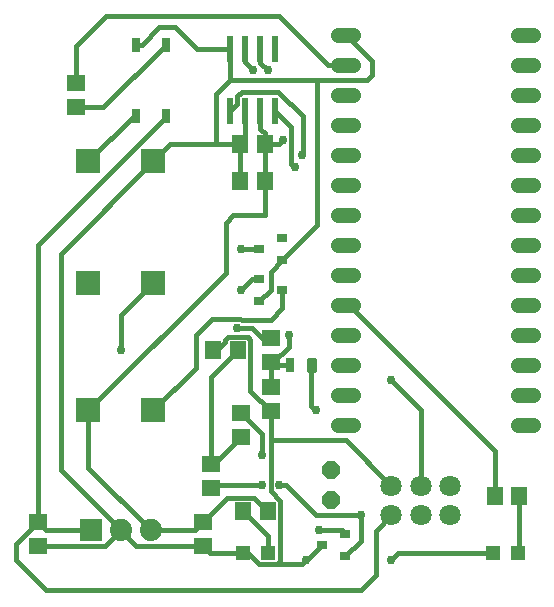
<source format=gbr>
G04 EAGLE Gerber RS-274X export*
G75*
%MOMM*%
%FSLAX34Y34*%
%LPD*%
%INTop Copper*%
%IPPOS*%
%AMOC8*
5,1,8,0,0,1.08239X$1,22.5*%
G01*
%ADD10C,1.800000*%
%ADD11R,2.100000X2.100000*%
%ADD12R,1.500000X1.400000*%
%ADD13R,0.900000X0.800000*%
%ADD14R,0.800000X1.200000*%
%ADD15C,1.308000*%
%ADD16R,0.600000X2.200000*%
%ADD17R,1.400000X1.500000*%
%ADD18R,1.879600X1.879600*%
%ADD19C,1.879600*%
%ADD20R,1.200000X1.200000*%
%ADD21C,0.240000*%
%ADD22P,1.649562X8X202.500000*%
%ADD23C,0.406400*%
%ADD24C,0.756400*%


D10*
X1473200Y0D03*
X1473200Y25000D03*
X1498200Y25000D03*
X1498200Y0D03*
X1448200Y0D03*
X1448200Y25000D03*
D11*
X1191700Y88900D03*
X1246700Y88900D03*
D12*
X1346200Y129450D03*
X1346200Y149950D03*
X1346200Y88175D03*
X1346200Y108675D03*
D13*
X1356200Y234925D03*
X1356200Y215925D03*
X1336200Y225425D03*
X1336200Y181000D03*
X1336200Y200000D03*
X1356200Y190500D03*
D11*
X1191700Y299720D03*
X1246700Y299720D03*
D14*
X1257300Y398300D03*
X1231900Y398300D03*
X1231900Y338300D03*
X1257300Y338300D03*
D12*
X1181100Y365850D03*
X1181100Y345350D03*
D15*
X1555560Y381000D02*
X1568640Y381000D01*
X1568640Y76200D02*
X1555560Y76200D01*
X1555560Y101600D02*
X1568640Y101600D01*
X1568640Y127000D02*
X1555560Y127000D01*
X1555560Y152400D02*
X1568640Y152400D01*
X1568640Y177800D02*
X1555560Y177800D01*
X1555560Y203200D02*
X1568640Y203200D01*
X1568640Y228600D02*
X1555560Y228600D01*
X1555560Y254000D02*
X1568640Y254000D01*
X1568640Y279400D02*
X1555560Y279400D01*
X1555560Y304800D02*
X1568640Y304800D01*
X1416240Y76200D02*
X1403160Y76200D01*
X1403160Y101600D02*
X1416240Y101600D01*
X1416240Y254000D02*
X1403160Y254000D01*
X1403160Y279400D02*
X1416240Y279400D01*
X1416240Y304800D02*
X1403160Y304800D01*
X1403160Y330200D02*
X1416240Y330200D01*
X1416240Y406400D02*
X1403160Y406400D01*
X1555560Y406400D02*
X1568640Y406400D01*
X1568640Y355600D02*
X1555560Y355600D01*
X1555560Y330200D02*
X1568640Y330200D01*
X1416240Y381000D02*
X1403160Y381000D01*
X1403160Y355600D02*
X1416240Y355600D01*
X1416240Y127000D02*
X1403160Y127000D01*
X1403160Y228600D02*
X1416240Y228600D01*
X1416240Y203200D02*
X1403160Y203200D01*
X1403160Y177800D02*
X1416240Y177800D01*
X1416240Y152400D02*
X1403160Y152400D01*
D16*
X1324610Y342300D03*
X1324610Y394300D03*
X1311910Y342300D03*
X1337310Y342300D03*
X1350010Y342300D03*
X1311910Y394300D03*
X1337310Y394300D03*
X1350010Y394300D03*
D17*
X1320710Y282575D03*
X1341210Y282575D03*
X1320710Y314325D03*
X1341210Y314325D03*
D18*
X1193800Y-12700D03*
D19*
X1219200Y-12700D03*
X1244600Y-12700D03*
D12*
X1149350Y-26125D03*
X1149350Y-5625D03*
X1289050Y-26125D03*
X1289050Y-5625D03*
D20*
X1323000Y-31750D03*
X1344000Y-31750D03*
D17*
X1343750Y3175D03*
X1323250Y3175D03*
X1556475Y15875D03*
X1535975Y15875D03*
D20*
X1534455Y-31750D03*
X1555455Y-31750D03*
D11*
X1191700Y196850D03*
X1246700Y196850D03*
D14*
X1362600Y127000D03*
D21*
X1377800Y122200D02*
X1383400Y122200D01*
X1377800Y122200D02*
X1377800Y131800D01*
X1383400Y131800D01*
X1383400Y122200D01*
X1383400Y124480D02*
X1377800Y124480D01*
X1377800Y126760D02*
X1383400Y126760D01*
X1383400Y129040D02*
X1377800Y129040D01*
X1377800Y131320D02*
X1383400Y131320D01*
D12*
X1295400Y22770D03*
X1295400Y43270D03*
D22*
X1397000Y12700D03*
X1397000Y38100D03*
D13*
X1409540Y-15900D03*
X1409540Y-34900D03*
X1389540Y-25400D03*
D12*
X1320800Y65950D03*
X1320800Y86450D03*
D17*
X1318350Y139700D03*
X1297850Y139700D03*
D23*
X1431925Y384175D02*
X1409700Y406400D01*
X1427480Y368300D02*
X1385570Y368300D01*
X1311910Y368300D01*
X1311910Y394300D01*
X1219200Y-12700D02*
X1205775Y-26125D01*
X1149350Y-26125D01*
X1232625Y-26125D02*
X1289050Y-26125D01*
X1232625Y-26125D02*
X1219200Y-12700D01*
X1294675Y-31750D02*
X1323000Y-31750D01*
X1294675Y-31750D02*
X1289050Y-26125D01*
X1237191Y398300D02*
X1231900Y398300D01*
X1237191Y398300D02*
X1251827Y412936D01*
X1265334Y412936D01*
X1283970Y394300D01*
X1311910Y394300D01*
X1261305Y314325D02*
X1246700Y299720D01*
X1261305Y314325D02*
X1300274Y314325D01*
X1320710Y314325D02*
X1324610Y318225D01*
X1324610Y342300D01*
X1320710Y314325D02*
X1320710Y282575D01*
X1346200Y191000D02*
X1336200Y181000D01*
X1346200Y205925D02*
X1356200Y215925D01*
X1346200Y205925D02*
X1346200Y191000D01*
X1351473Y-41306D02*
X1336527Y-41306D01*
X1346200Y20254D02*
X1346200Y63500D01*
X1346200Y88175D01*
X1346200Y20254D02*
X1354306Y12148D01*
X1326971Y-31750D02*
X1323000Y-31750D01*
X1326971Y-31750D02*
X1336527Y-41306D01*
X1351473Y-41306D02*
X1354306Y-38473D01*
X1354306Y12148D01*
X1356200Y215925D02*
X1385570Y245295D01*
X1385570Y368300D01*
X1409700Y63500D02*
X1346200Y63500D01*
X1409700Y63500D02*
X1448200Y25000D01*
D24*
X1447800Y-38100D03*
D23*
X1532843Y-32092D02*
X1534455Y-31750D01*
X1532843Y-32092D02*
X1453808Y-32092D01*
X1447800Y-38100D01*
D24*
X1375763Y-38100D03*
D23*
X1372557Y-41306D01*
X1351473Y-41306D01*
X1300274Y314325D02*
X1300274Y356664D01*
X1311910Y368300D01*
X1297850Y139700D02*
X1297850Y136525D01*
X1326823Y150756D02*
X1328906Y148673D01*
X1326823Y150756D02*
X1309877Y150756D01*
X1307794Y148673D01*
X1328906Y105469D02*
X1346200Y88175D01*
X1307794Y146469D02*
X1307794Y148673D01*
X1307794Y146469D02*
X1297850Y136525D01*
X1328906Y148673D02*
X1328906Y105469D01*
X1389540Y-25400D02*
X1376840Y-38100D01*
X1375763Y-38100D01*
X1168400Y221420D02*
X1246700Y299720D01*
X1168400Y221420D02*
X1168400Y38100D01*
X1219200Y-12700D01*
X1427480Y368300D02*
X1431925Y372745D01*
X1431925Y384175D01*
X1320710Y314325D02*
X1300274Y314325D01*
D24*
X1330960Y377190D03*
D23*
X1324610Y383540D01*
X1324610Y394300D01*
X1406340Y-12700D02*
X1409540Y-15900D01*
X1406340Y-12700D02*
X1386840Y-12700D01*
D24*
X1386840Y-12700D03*
D23*
X1337310Y383187D02*
X1337310Y394300D01*
X1337310Y383187D02*
X1343660Y376837D01*
D24*
X1343660Y376837D03*
X1447800Y114300D03*
X1422400Y0D03*
D23*
X1384300Y0D01*
X1473200Y25000D02*
X1473200Y88900D01*
X1447800Y114300D01*
X1358900Y25400D02*
X1384300Y0D01*
X1422676Y-276D02*
X1422676Y-21764D01*
X1422676Y-276D02*
X1422400Y0D01*
X1422676Y-21764D02*
X1409540Y-34900D01*
X1295400Y22770D02*
X1295400Y25400D01*
D24*
X1338862Y25400D03*
X1353538Y25400D03*
D23*
X1358900Y25400D01*
X1338862Y25400D02*
X1295400Y25400D01*
X1246700Y88900D02*
X1282700Y124900D01*
X1321653Y165100D02*
X1320665Y166088D01*
X1321653Y165100D02*
X1346200Y165100D01*
X1320665Y166088D02*
X1296388Y166088D01*
X1346200Y165100D02*
X1356200Y175100D01*
X1356200Y190500D01*
X1282700Y152400D02*
X1282700Y124900D01*
X1282700Y152400D02*
X1296388Y166088D01*
X1204350Y345350D02*
X1257300Y398300D01*
X1204350Y345350D02*
X1181100Y345350D01*
X1394460Y381000D02*
X1409700Y381000D01*
X1394460Y381000D02*
X1353185Y422275D01*
X1206500Y422275D01*
X1181100Y396875D01*
X1181100Y365850D01*
D24*
X1384300Y88900D03*
D23*
X1380600Y92600D01*
X1380600Y127000D01*
X1191700Y299720D02*
X1230280Y338300D01*
X1231900Y338300D01*
X1289050Y-5625D02*
X1281975Y-12700D01*
X1244600Y-12700D01*
X1191700Y40200D01*
X1191700Y88900D01*
X1342779Y3175D02*
X1343750Y3175D01*
X1342779Y3175D02*
X1331723Y14231D01*
X1308906Y14231D01*
X1289050Y-5625D01*
X1341210Y282575D02*
X1341210Y314325D01*
X1341210Y323125D01*
X1337310Y327025D01*
X1337310Y342300D01*
X1308100Y205300D02*
X1191700Y88900D01*
X1308100Y205300D02*
X1308100Y247650D01*
X1314450Y254000D01*
X1341210Y254000D01*
X1341210Y282575D01*
D24*
X1356360Y317500D03*
D23*
X1353185Y314325D01*
X1341210Y314325D01*
D24*
X1366520Y294640D03*
D23*
X1363698Y297462D01*
X1363698Y328612D01*
X1350010Y342300D01*
D24*
X1373152Y304800D03*
D23*
X1352733Y358606D02*
X1321887Y358606D01*
X1352733Y358606D02*
X1373829Y337509D01*
X1318054Y348444D02*
X1318054Y354773D01*
X1318054Y348444D02*
X1311910Y342300D01*
X1318054Y354773D02*
X1321887Y358606D01*
X1373829Y337509D02*
X1373829Y305477D01*
X1373152Y304800D01*
X1409700Y177800D02*
X1412240Y177800D01*
X1535975Y54065D01*
X1535975Y15875D01*
X1193800Y-12700D02*
X1156425Y-12700D01*
X1149350Y-5625D01*
X1257300Y337030D02*
X1257300Y338300D01*
X1257300Y337030D02*
X1149350Y229080D01*
X1149350Y-5625D01*
X1435100Y-13100D02*
X1448200Y0D01*
X1435100Y-13100D02*
X1435100Y-50800D01*
X1422400Y-63500D01*
X1155700Y-63500D01*
X1130300Y-38100D01*
X1130300Y-24675D02*
X1149350Y-5625D01*
X1130300Y-24675D02*
X1130300Y-38100D01*
X1323250Y3175D02*
X1344000Y-17575D01*
X1344000Y-31750D01*
X1556475Y-29460D02*
X1556475Y15875D01*
X1556475Y-29460D02*
X1555455Y-31750D01*
X1336200Y225425D02*
X1320800Y225425D01*
D24*
X1320800Y225425D03*
X1317625Y158750D03*
D23*
X1330325Y158750D01*
X1339125Y149950D01*
X1346200Y149950D01*
X1295400Y116750D02*
X1295400Y43270D01*
X1295400Y116750D02*
X1318350Y139700D01*
X1298120Y43270D02*
X1295400Y43270D01*
X1298120Y43270D02*
X1320800Y65950D01*
X1338580Y68670D02*
X1320800Y86450D01*
X1338580Y68670D02*
X1338580Y50800D01*
D24*
X1338580Y50800D03*
X1219200Y139700D03*
D23*
X1219200Y169350D01*
X1246700Y196850D01*
X1346200Y129450D02*
X1346200Y108675D01*
X1336200Y200000D02*
X1330300Y200000D01*
X1320800Y190500D01*
D24*
X1320800Y190500D03*
X1361440Y152400D03*
D23*
X1348650Y129450D02*
X1346200Y129450D01*
X1361440Y142240D02*
X1361440Y152400D01*
X1361440Y142240D02*
X1348650Y129450D01*
X1348650Y127000D02*
X1362600Y127000D01*
X1348650Y127000D02*
X1346200Y129450D01*
M02*

</source>
